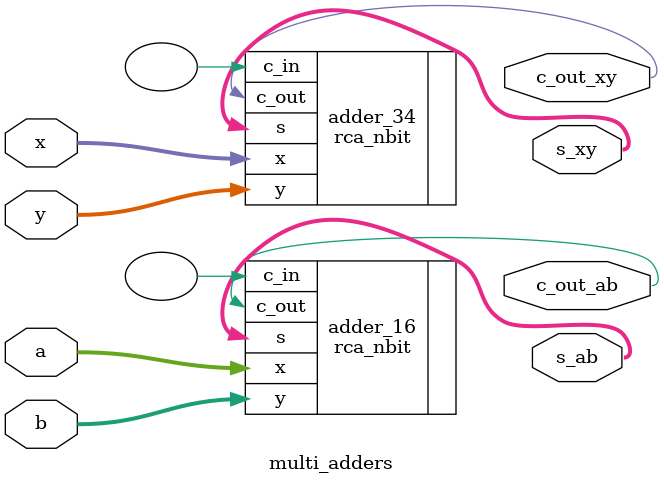
<source format=v>
`timescale 1ns / 1ps

//many adders making use of parametrization.
module multi_adders(
    input [15:0]a,b,
    output [15:0]s_ab,
    output c_out_ab,
    input [33:0]x,y,
    output [33:0]s_xy,
    output c_out_xy
    );
    rca_nbit #(.n(16)) adder_16 (
        .x(a),
        .y(b),
        .c_in(),
        .s(s_ab),
        .c_out(c_out_ab)
    );
    rca_nbit #(.n(34)) adder_34 (
        .x(x),
        .y(y),
        .c_in(),
        .s(s_xy),
        .c_out(c_out_xy)
    );
endmodule

</source>
